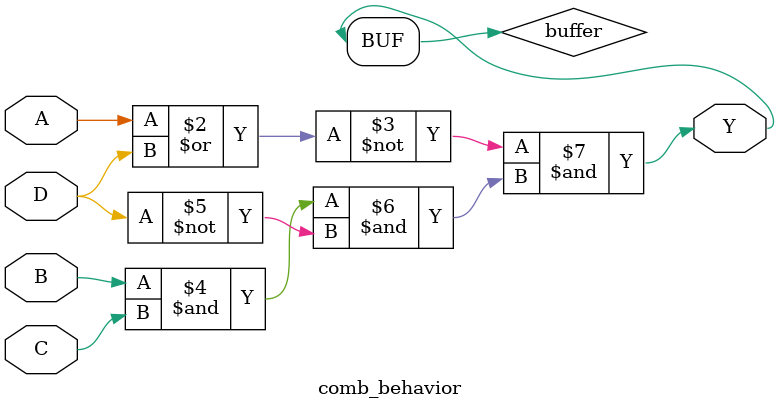
<source format=v>
`timescale 10ns / 1ns

module comb_behavior(Y, A, B, C, D);

output Y;
input A, B, C, D;

reg buffer;

always @(*)
buffer = ~(A | D) & (B & C & (~D));

assign Y = buffer;

endmodule
</source>
